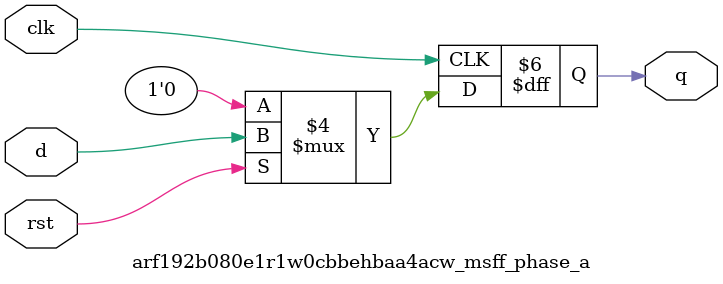
<source format=sv>
`ifndef ARF192B080E1R1W0CBBEHBAA4ACW_MSFF_PHASE_A_SV
`define ARF192B080E1R1W0CBBEHBAA4ACW_MSFF_PHASE_A_SV

module arf192b080e1r1w0cbbehbaa4acw_msff_phase_a #
(
  parameter DWIDTH = 1
)
(
  input  logic [DWIDTH-1:0] d,
  input  logic clk,
  input  logic rst,
  output logic [DWIDTH-1:0] q
);

always_ff @ (posedge clk) begin
  if (~rst) begin
    q <= '0;
  end
  else begin
    q <= d;
  end
end

endmodule // arf192b080e1r1w0cbbehbaa4acw_msff_phase_a

`endif // ARF192B080E1R1W0CBBEHBAA4ACW_MSFF_PHASE_A_SV
</source>
